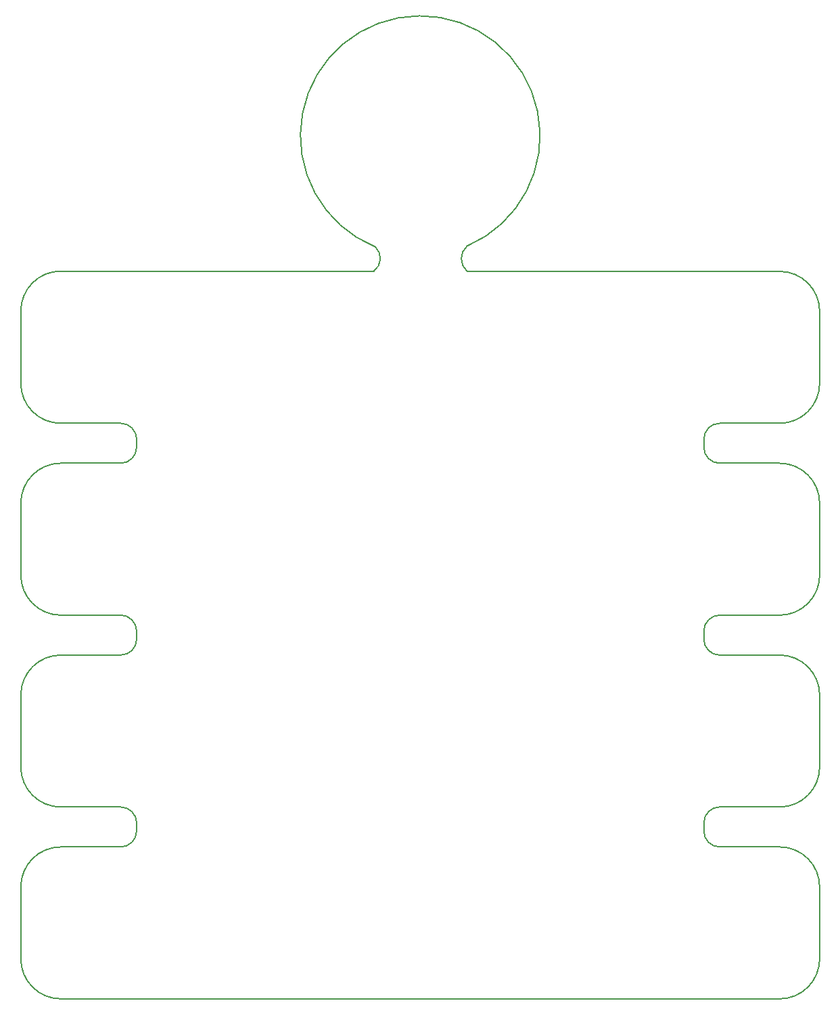
<source format=gbr>
%TF.GenerationSoftware,KiCad,Pcbnew,7.0.7*%
%TF.CreationDate,2024-10-22T18:38:38+02:00*%
%TF.ProjectId,FaceBerlinUhr,46616365-4265-4726-9c69-6e5568722e6b,rev?*%
%TF.SameCoordinates,Original*%
%TF.FileFunction,Profile,NP*%
%FSLAX46Y46*%
G04 Gerber Fmt 4.6, Leading zero omitted, Abs format (unit mm)*
G04 Created by KiCad (PCBNEW 7.0.7) date 2024-10-22 18:38:38*
%MOMM*%
%LPD*%
G01*
G04 APERTURE LIST*
%TA.AperFunction,Profile*%
%ADD10C,0.200000*%
%TD*%
G04 APERTURE END LIST*
D10*
X132164999Y-130882499D02*
G75*
G03*
X127164999Y-135882482I1J-5000001D01*
G01*
X141664999Y-104882482D02*
X141664999Y-103882482D01*
X227165018Y-111882482D02*
G75*
G03*
X222164999Y-106882482I-5000018J-18D01*
G01*
X214664999Y-125882499D02*
G75*
G03*
X212664999Y-127882482I1J-2000001D01*
G01*
X214664999Y-101882482D02*
X222164999Y-101882482D01*
X139664999Y-130882482D02*
X132164999Y-130882482D01*
X132164999Y-149882482D02*
X222164999Y-149882482D01*
X214664999Y-101882499D02*
G75*
G03*
X212664999Y-103882482I1J-2000001D01*
G01*
X127165018Y-144882482D02*
G75*
G03*
X132164999Y-149882482I4999982J-18D01*
G01*
X132164999Y-77882482D02*
X139664999Y-77882482D01*
X139664999Y-82882482D02*
X132164999Y-82882482D01*
X132164999Y-82882499D02*
G75*
G03*
X127164999Y-87882482I1J-5000001D01*
G01*
X227165018Y-63882482D02*
G75*
G03*
X222164999Y-58882482I-5000018J-18D01*
G01*
X141664999Y-128882482D02*
X141664999Y-127882482D01*
X132164999Y-106882499D02*
G75*
G03*
X127164999Y-111882482I1J-5000001D01*
G01*
X212665018Y-80882482D02*
G75*
G03*
X214664999Y-82882482I1999982J-18D01*
G01*
X127165018Y-96882482D02*
G75*
G03*
X132164999Y-101882482I4999982J-18D01*
G01*
X222164999Y-125882499D02*
G75*
G03*
X227164999Y-120882482I1J4999999D01*
G01*
X141665018Y-103882482D02*
G75*
G03*
X139664999Y-101882482I-2000018J-18D01*
G01*
X227164999Y-144882482D02*
X227164999Y-135882482D01*
X212665018Y-128882482D02*
G75*
G03*
X214664999Y-130882482I1999982J-18D01*
G01*
X141664999Y-80882482D02*
X141664999Y-79882482D01*
X227164999Y-72882482D02*
X227164999Y-63882482D01*
X171342184Y-58850523D02*
G75*
G03*
X171546014Y-55817804I-1119084J1598423D01*
G01*
X227164999Y-120882482D02*
X227164999Y-111882482D01*
X139664999Y-106882482D02*
X132164999Y-106882482D01*
X183012277Y-55723376D02*
G75*
G03*
X171546014Y-55817804I-5847277J13813376D01*
G01*
X132164999Y-125882482D02*
X139664999Y-125882482D01*
X132164999Y-58850499D02*
G75*
G03*
X127164999Y-63850527I1J-5000001D01*
G01*
X222164999Y-149882499D02*
G75*
G03*
X227164999Y-144882482I1J4999999D01*
G01*
X171342187Y-58850527D02*
X132164999Y-58850527D01*
X141665018Y-127882482D02*
G75*
G03*
X139664999Y-125882482I-2000018J-18D01*
G01*
X227165018Y-135882482D02*
G75*
G03*
X222164999Y-130882482I-5000018J-18D01*
G01*
X222164999Y-106882482D02*
X214664999Y-106882482D01*
X212664999Y-104882482D02*
X212664999Y-103882482D01*
X127165018Y-120882482D02*
G75*
G03*
X132164999Y-125882482I4999982J-18D01*
G01*
X222164999Y-58882482D02*
X183034255Y-58882482D01*
X183012270Y-55723368D02*
G75*
G03*
X183034255Y-58882482I1394030J-1569932D01*
G01*
X127164999Y-111882482D02*
X127164999Y-120882482D01*
X222164999Y-82882482D02*
X214664999Y-82882482D01*
X132164999Y-101882482D02*
X139664999Y-101882482D01*
X212664999Y-80882482D02*
X212664999Y-79882482D01*
X212665018Y-104882482D02*
G75*
G03*
X214664999Y-106882482I1999982J-18D01*
G01*
X212664999Y-128882482D02*
X212664999Y-127882482D01*
X139664999Y-82882499D02*
G75*
G03*
X141664999Y-80882482I1J1999999D01*
G01*
X222164999Y-101882499D02*
G75*
G03*
X227164999Y-96882482I1J4999999D01*
G01*
X127165018Y-72882482D02*
G75*
G03*
X132164999Y-77882482I4999982J-18D01*
G01*
X139664999Y-106882499D02*
G75*
G03*
X141664999Y-104882482I1J1999999D01*
G01*
X214664999Y-77882482D02*
X222164999Y-77882482D01*
X127164999Y-63850527D02*
X127164999Y-72882482D01*
X227164999Y-96882482D02*
X227164999Y-87882482D01*
X214664999Y-125882482D02*
X222164999Y-125882482D01*
X139664999Y-130882499D02*
G75*
G03*
X141664999Y-128882482I1J1999999D01*
G01*
X141665018Y-79882482D02*
G75*
G03*
X139664999Y-77882482I-2000018J-18D01*
G01*
X222164999Y-130882482D02*
X214664999Y-130882482D01*
X214664999Y-77882499D02*
G75*
G03*
X212664999Y-79882482I1J-2000001D01*
G01*
X127164999Y-87882482D02*
X127164999Y-96882482D01*
X227165018Y-87882482D02*
G75*
G03*
X222164999Y-82882482I-5000018J-18D01*
G01*
X222164999Y-77882499D02*
G75*
G03*
X227164999Y-72882482I1J4999999D01*
G01*
X127164999Y-135882482D02*
X127164999Y-144882482D01*
M02*

</source>
